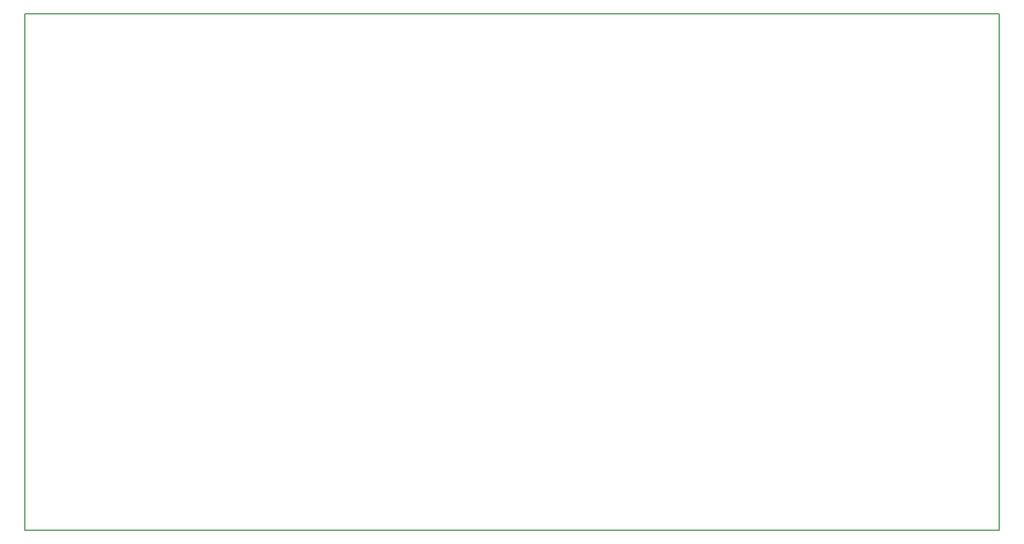
<source format=gm1>
G04 MADE WITH FRITZING*
G04 WWW.FRITZING.ORG*
G04 DOUBLE SIDED*
G04 HOLES PLATED*
G04 CONTOUR ON CENTER OF CONTOUR VECTOR*
%ASAXBY*%
%FSLAX23Y23*%
%MOIN*%
%OFA0B0*%
%SFA1.0B1.0*%
%ADD10R,5.893310X3.129530*%
%ADD11C,0.008000*%
%ADD10C,0.008*%
%LNCONTOUR*%
G90*
G70*
G54D10*
G54D11*
X4Y3126D02*
X5889Y3126D01*
X5889Y4D01*
X4Y4D01*
X4Y3126D01*
D02*
G04 End of contour*
M02*
</source>
